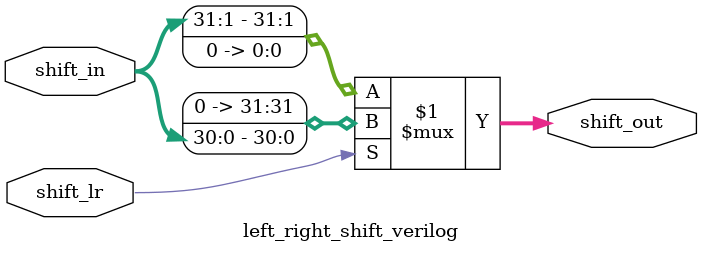
<source format=v>
`timescale 1ns / 1ps
module left_right_shift_verilog(
    input shift_lr,
    input [31:0] shift_in,
    output [31:0] shift_out
    );
	assign shift_out = shift_lr ? {1'b0,shift_in[30:0]} : {shift_in[31:1],1'b0};

endmodule

</source>
